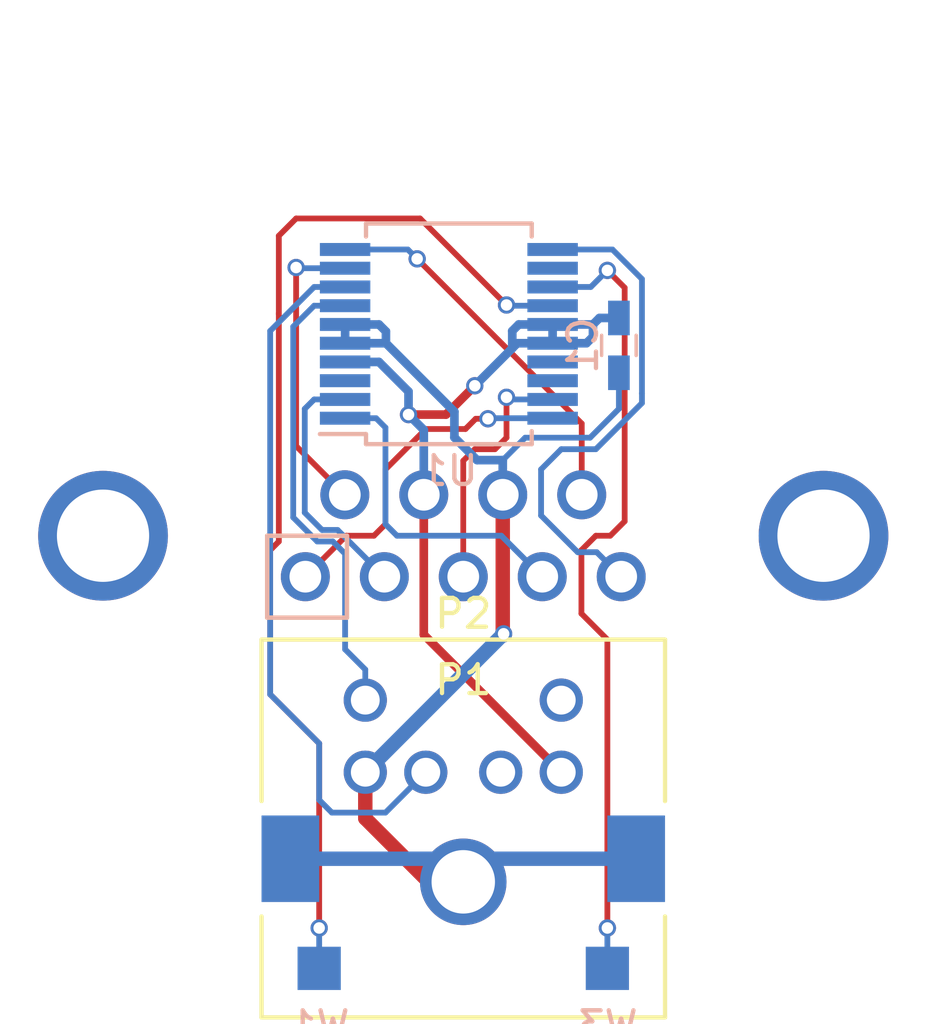
<source format=kicad_pcb>
(kicad_pcb (version 4) (host pcbnew 4.0.5)

  (general
    (links 23)
    (no_connects 0)
    (area 0 0 0 0)
    (thickness 1.6)
    (drawings 32)
    (tracks 151)
    (zones 0)
    (modules 6)
    (nets 14)
  )

  (page A4)
  (layers
    (0 F.Cu signal)
    (31 B.Cu signal hide)
    (32 B.Adhes user)
    (33 F.Adhes user)
    (34 B.Paste user)
    (35 F.Paste user)
    (36 B.SilkS user hide)
    (37 F.SilkS user hide)
    (38 B.Mask user)
    (39 F.Mask user)
    (40 Dwgs.User user)
    (41 Cmts.User user)
    (42 Eco1.User user hide)
    (43 Eco2.User user)
    (44 Edge.Cuts user)
    (45 Margin user)
    (46 B.CrtYd user)
    (47 F.CrtYd user)
    (48 B.Fab user hide)
    (49 F.Fab user hide)
  )

  (setup
    (last_trace_width 0.5)
    (user_trace_width 0.2)
    (user_trace_width 0.3)
    (user_trace_width 0.5)
    (trace_clearance 0.2)
    (zone_clearance 0.508)
    (zone_45_only no)
    (trace_min 0.2)
    (segment_width 0.2)
    (edge_width 0.15)
    (via_size 0.6)
    (via_drill 0.4)
    (via_min_size 0.4)
    (via_min_drill 0.3)
    (uvia_size 0.3)
    (uvia_drill 0.1)
    (uvias_allowed no)
    (uvia_min_size 0.2)
    (uvia_min_drill 0.1)
    (pcb_text_width 0.3)
    (pcb_text_size 1.5 1.5)
    (mod_edge_width 0.15)
    (mod_text_size 1 1)
    (mod_text_width 0.15)
    (pad_size 1.524 1.524)
    (pad_drill 0.762)
    (pad_to_mask_clearance 0.2)
    (aux_axis_origin 0 0)
    (visible_elements 7FFCFFFF)
    (pcbplotparams
      (layerselection 0x02cc0_80000001)
      (usegerberextensions true)
      (excludeedgelayer true)
      (linewidth 0.100000)
      (plotframeref false)
      (viasonmask false)
      (mode 1)
      (useauxorigin false)
      (hpglpennumber 1)
      (hpglpenspeed 20)
      (hpglpendiameter 15)
      (hpglpenoverlay 2)
      (psnegative false)
      (psa4output false)
      (plotreference true)
      (plotvalue true)
      (plotinvisibletext false)
      (padsonsilk false)
      (subtractmaskfromsilk true)
      (outputformat 1)
      (mirror false)
      (drillshape 0)
      (scaleselection 1)
      (outputdirectory plot/))
  )

  (net 0 "")
  (net 1 +5V)
  (net 2 GND)
  (net 3 /MOUSE_1)
  (net 4 /MOUSE_2)
  (net 5 /MOUSE_3)
  (net 6 /MOUSE_4)
  (net 7 /MOUSE_5)
  (net 8 /MOUSE_6)
  (net 9 /MOUSE_9)
  (net 10 /MINIDIN_1)
  (net 11 /MINIDIN_5)
  (net 12 /JOY_3)
  (net 13 /JOY_1)

  (net_class Default "This is the default net class."
    (clearance 0.2)
    (trace_width 0.2)
    (via_dia 0.6)
    (via_drill 0.4)
    (uvia_dia 0.3)
    (uvia_drill 0.1)
    (add_net +5V)
    (add_net /JOY_1)
    (add_net /JOY_3)
    (add_net /MINIDIN_1)
    (add_net /MINIDIN_5)
    (add_net /MOUSE_1)
    (add_net /MOUSE_2)
    (add_net /MOUSE_3)
    (add_net /MOUSE_4)
    (add_net /MOUSE_5)
    (add_net /MOUSE_6)
    (add_net /MOUSE_9)
    (add_net GND)
  )

  (module Capacitors_SMD:C_0603_HandSoldering (layer B.Cu) (tedit 58AA848B) (tstamp 595E5FD5)
    (at 156.4 90.4 270)
    (descr "Capacitor SMD 0603, hand soldering")
    (tags "capacitor 0603")
    (path /595CF96E)
    (attr smd)
    (fp_text reference C1 (at 0 1.25 270) (layer B.SilkS)
      (effects (font (size 1 1) (thickness 0.15)) (justify mirror))
    )
    (fp_text value 100n (at 0 -1.5 270) (layer B.Fab)
      (effects (font (size 1 1) (thickness 0.15)) (justify mirror))
    )
    (fp_text user %R (at 0 1.25 270) (layer B.Fab)
      (effects (font (size 1 1) (thickness 0.15)) (justify mirror))
    )
    (fp_line (start -0.8 -0.4) (end -0.8 0.4) (layer B.Fab) (width 0.1))
    (fp_line (start 0.8 -0.4) (end -0.8 -0.4) (layer B.Fab) (width 0.1))
    (fp_line (start 0.8 0.4) (end 0.8 -0.4) (layer B.Fab) (width 0.1))
    (fp_line (start -0.8 0.4) (end 0.8 0.4) (layer B.Fab) (width 0.1))
    (fp_line (start -0.35 0.6) (end 0.35 0.6) (layer B.SilkS) (width 0.12))
    (fp_line (start 0.35 -0.6) (end -0.35 -0.6) (layer B.SilkS) (width 0.12))
    (fp_line (start -1.8 0.65) (end 1.8 0.65) (layer B.CrtYd) (width 0.05))
    (fp_line (start -1.8 0.65) (end -1.8 -0.65) (layer B.CrtYd) (width 0.05))
    (fp_line (start 1.8 -0.65) (end 1.8 0.65) (layer B.CrtYd) (width 0.05))
    (fp_line (start 1.8 -0.65) (end -1.8 -0.65) (layer B.CrtYd) (width 0.05))
    (pad 1 smd rect (at -0.95 0 270) (size 1.2 0.75) (layers B.Cu B.Paste B.Mask)
      (net 1 +5V))
    (pad 2 smd rect (at 0.95 0 270) (size 1.2 0.75) (layers B.Cu B.Paste B.Mask)
      (net 2 GND))
    (model Capacitors_SMD.3dshapes/C_0603.wrl
      (at (xyz 0 0 0))
      (scale (xyz 1 1 1))
      (rotate (xyz 0 0 0))
    )
  )

  (module kuro:miniDIN-6-TH-Wrap (layer F.Cu) (tedit 595E55A4) (tstamp 595E601D)
    (at 151 113.7 180)
    (descr KMDLX-6S-AS)
    (tags MiniDIN)
    (path /595F5DF0)
    (fp_text reference P2 (at 0 14 180) (layer F.SilkS)
      (effects (font (size 1 1) (thickness 0.15)))
    )
    (fp_text value MINI_DIN_6 (at 0 -1 180) (layer F.Fab)
      (effects (font (size 1 1) (thickness 0.15)))
    )
    (fp_line (start -7 7.5) (end -7 13.1) (layer F.SilkS) (width 0.15))
    (fp_line (start 7 7.5) (end 7 13.1) (layer F.SilkS) (width 0.15))
    (fp_line (start -7 13.1) (end 7 13.1) (layer F.SilkS) (width 0.15))
    (fp_line (start 7 3.5) (end 7 0) (layer F.SilkS) (width 0.15))
    (fp_line (start -7 0) (end -7 3.5) (layer F.SilkS) (width 0.15))
    (fp_line (start -7 0) (end 7 0) (layer F.SilkS) (width 0.15))
    (pad 7 thru_hole circle (at 0 4.7 270) (size 3 3) (drill 2.2) (layers *.Cu *.Mask)
      (net 2 GND))
    (pad 7 smd rect (at -6 5.5 270) (size 3 2) (layers B.Cu F.Paste F.Mask)
      (net 2 GND))
    (pad 7 smd rect (at 6 5.5 270) (size 3 2) (layers B.Cu F.Paste F.Mask)
      (net 2 GND))
    (pad 1 thru_hole circle (at 1.3 8.5 270) (size 1.5 1.5) (drill 1) (layers *.Cu *.Mask)
      (net 10 /MINIDIN_1))
    (pad 2 thru_hole circle (at -1.3 8.5 270) (size 1.5 1.5) (drill 1) (layers *.Cu *.Mask))
    (pad 4 thru_hole circle (at -3.4 8.5) (size 1.5 1.5) (drill 1) (layers *.Cu *.Mask)
      (net 1 +5V))
    (pad 3 thru_hole circle (at 3.4 8.5 270) (size 1.5 1.5) (drill 1) (layers *.Cu *.Mask)
      (net 2 GND))
    (pad 6 thru_hole circle (at -3.4 11) (size 1.5 1.5) (drill 1) (layers *.Cu *.Mask))
    (pad 5 thru_hole circle (at 3.4 11 270) (size 1.5 1.5) (drill 1) (layers *.Cu *.Mask)
      (net 11 /MINIDIN_5))
  )

  (module Housings_SSOP:SSOP-20_5.3x7.2mm_Pitch0.65mm (layer B.Cu) (tedit 54130A77) (tstamp 595E6D44)
    (at 150.5 90)
    (descr "20-Lead Plastic Shrink Small Outline (SS)-5.30 mm Body [SSOP] (see Microchip Packaging Specification 00000049BS.pdf)")
    (tags "SSOP 0.65")
    (path /595E61DE)
    (attr smd)
    (fp_text reference U1 (at 0 4.75) (layer B.SilkS)
      (effects (font (size 1 1) (thickness 0.15)) (justify mirror))
    )
    (fp_text value "PIC16(L)F627-xxI/SS" (at 0 -4.75) (layer B.Fab)
      (effects (font (size 1 1) (thickness 0.15)) (justify mirror))
    )
    (fp_line (start -1.65 3.6) (end 2.65 3.6) (layer B.Fab) (width 0.15))
    (fp_line (start 2.65 3.6) (end 2.65 -3.6) (layer B.Fab) (width 0.15))
    (fp_line (start 2.65 -3.6) (end -2.65 -3.6) (layer B.Fab) (width 0.15))
    (fp_line (start -2.65 -3.6) (end -2.65 2.6) (layer B.Fab) (width 0.15))
    (fp_line (start -2.65 2.6) (end -1.65 3.6) (layer B.Fab) (width 0.15))
    (fp_line (start -4.75 4) (end -4.75 -4) (layer B.CrtYd) (width 0.05))
    (fp_line (start 4.75 4) (end 4.75 -4) (layer B.CrtYd) (width 0.05))
    (fp_line (start -4.75 4) (end 4.75 4) (layer B.CrtYd) (width 0.05))
    (fp_line (start -4.75 -4) (end 4.75 -4) (layer B.CrtYd) (width 0.05))
    (fp_line (start -2.875 3.825) (end -2.875 3.475) (layer B.SilkS) (width 0.15))
    (fp_line (start 2.875 3.825) (end 2.875 3.375) (layer B.SilkS) (width 0.15))
    (fp_line (start 2.875 -3.825) (end 2.875 -3.375) (layer B.SilkS) (width 0.15))
    (fp_line (start -2.875 -3.825) (end -2.875 -3.375) (layer B.SilkS) (width 0.15))
    (fp_line (start -2.875 3.825) (end 2.875 3.825) (layer B.SilkS) (width 0.15))
    (fp_line (start -2.875 -3.825) (end 2.875 -3.825) (layer B.SilkS) (width 0.15))
    (fp_line (start -2.875 3.475) (end -4.475 3.475) (layer B.SilkS) (width 0.15))
    (fp_text user %R (at 0 0) (layer B.Fab)
      (effects (font (size 0.8 0.8) (thickness 0.15)) (justify mirror))
    )
    (pad 1 smd rect (at -3.6 2.925) (size 1.75 0.45) (layers B.Cu B.Paste B.Mask)
      (net 6 /MOUSE_4))
    (pad 2 smd rect (at -3.6 2.275) (size 1.75 0.45) (layers B.Cu B.Paste B.Mask)
      (net 4 /MOUSE_2))
    (pad 3 smd rect (at -3.6 1.625) (size 1.75 0.45) (layers B.Cu B.Paste B.Mask))
    (pad 4 smd rect (at -3.6 0.975) (size 1.75 0.45) (layers B.Cu B.Paste B.Mask)
      (net 1 +5V))
    (pad 5 smd rect (at -3.6 0.325) (size 1.75 0.45) (layers B.Cu B.Paste B.Mask)
      (net 2 GND))
    (pad 6 smd rect (at -3.6 -0.325) (size 1.75 0.45) (layers B.Cu B.Paste B.Mask)
      (net 2 GND))
    (pad 7 smd rect (at -3.6 -0.975) (size 1.75 0.45) (layers B.Cu B.Paste B.Mask)
      (net 11 /MINIDIN_5))
    (pad 8 smd rect (at -3.6 -1.625) (size 1.75 0.45) (layers B.Cu B.Paste B.Mask)
      (net 10 /MINIDIN_1))
    (pad 9 smd rect (at -3.6 -2.275) (size 1.75 0.45) (layers B.Cu B.Paste B.Mask)
      (net 8 /MOUSE_6))
    (pad 10 smd rect (at -3.6 -2.925) (size 1.75 0.45) (layers B.Cu B.Paste B.Mask)
      (net 9 /MOUSE_9))
    (pad 11 smd rect (at 3.6 -2.925) (size 1.75 0.45) (layers B.Cu B.Paste B.Mask)
      (net 7 /MOUSE_5))
    (pad 12 smd rect (at 3.6 -2.275) (size 1.75 0.45) (layers B.Cu B.Paste B.Mask))
    (pad 13 smd rect (at 3.6 -1.625) (size 1.75 0.45) (layers B.Cu B.Paste B.Mask)
      (net 12 /JOY_3))
    (pad 14 smd rect (at 3.6 -0.975) (size 1.75 0.45) (layers B.Cu B.Paste B.Mask)
      (net 13 /JOY_1))
    (pad 15 smd rect (at 3.6 -0.325) (size 1.75 0.45) (layers B.Cu B.Paste B.Mask)
      (net 1 +5V))
    (pad 16 smd rect (at 3.6 0.325) (size 1.75 0.45) (layers B.Cu B.Paste B.Mask)
      (net 1 +5V))
    (pad 17 smd rect (at 3.6 0.975) (size 1.75 0.45) (layers B.Cu B.Paste B.Mask))
    (pad 18 smd rect (at 3.6 1.625) (size 1.75 0.45) (layers B.Cu B.Paste B.Mask))
    (pad 19 smd rect (at 3.6 2.275) (size 1.75 0.45) (layers B.Cu B.Paste B.Mask)
      (net 5 /MOUSE_3))
    (pad 20 smd rect (at 3.6 2.925) (size 1.75 0.45) (layers B.Cu B.Paste B.Mask)
      (net 3 /MOUSE_1))
    (model ${KISYS3DMOD}/Housings_SSOP.3dshapes/SSOP-20_5.3x7.2mm_Pitch0.65mm.wrl
      (at (xyz 0 0 0))
      (scale (xyz 1 1 1))
      (rotate (xyz 0 0 0))
    )
  )

  (module Measurement_Points:Measurement_Point_Square-SMD-Pad_Small (layer B.Cu) (tedit 56C36007) (tstamp 595F43B4)
    (at 146 112)
    (descr "Mesurement Point, Square, SMD Pad,  1.5mm x 1.5mm,")
    (tags "Mesurement Point Square SMD Pad 1.5x1.5mm")
    (path /595E58A5)
    (attr virtual)
    (fp_text reference W1 (at 0 2) (layer B.SilkS)
      (effects (font (size 1 1) (thickness 0.15)) (justify mirror))
    )
    (fp_text value TEST_1P (at 0 -2) (layer B.Fab)
      (effects (font (size 1 1) (thickness 0.15)) (justify mirror))
    )
    (fp_line (start -1 1) (end 1 1) (layer B.CrtYd) (width 0.05))
    (fp_line (start 1 1) (end 1 -1) (layer B.CrtYd) (width 0.05))
    (fp_line (start 1 -1) (end -1 -1) (layer B.CrtYd) (width 0.05))
    (fp_line (start -1 -1) (end -1 1) (layer B.CrtYd) (width 0.05))
    (pad 1 smd rect (at 0 0) (size 1.5 1.5) (layers B.Cu B.Mask)
      (net 13 /JOY_1))
  )

  (module Measurement_Points:Measurement_Point_Square-SMD-Pad_Small (layer B.Cu) (tedit 56C36007) (tstamp 595F43BC)
    (at 156 112)
    (descr "Mesurement Point, Square, SMD Pad,  1.5mm x 1.5mm,")
    (tags "Mesurement Point Square SMD Pad 1.5x1.5mm")
    (path /595E5965)
    (attr virtual)
    (fp_text reference W3 (at 0 2) (layer B.SilkS)
      (effects (font (size 1 1) (thickness 0.15)) (justify mirror))
    )
    (fp_text value TEST_1P (at 0 -2) (layer B.Fab)
      (effects (font (size 1 1) (thickness 0.15)) (justify mirror))
    )
    (fp_line (start -1 1) (end 1 1) (layer B.CrtYd) (width 0.05))
    (fp_line (start 1 1) (end 1 -1) (layer B.CrtYd) (width 0.05))
    (fp_line (start 1 -1) (end -1 -1) (layer B.CrtYd) (width 0.05))
    (fp_line (start -1 -1) (end -1 1) (layer B.CrtYd) (width 0.05))
    (pad 1 smd rect (at 0 0) (size 1.5 1.5) (layers B.Cu B.Mask)
      (net 12 /JOY_3))
  )

  (module kuro:DB9F-RA-TH-EUR (layer F.Cu) (tedit 595F771C) (tstamp 595E667A)
    (at 151 97)
    (descr L717SDE09P1ACH)
    (tags D-sub)
    (path /595CE737)
    (fp_text reference P1 (at 0 5) (layer F.SilkS)
      (effects (font (size 1 1) (thickness 0.15)))
    )
    (fp_text value MOUSE_PORT (at 0 -5) (layer F.Fab)
      (effects (font (size 1 1) (thickness 0.15)))
    )
    (fp_line (start -6.805 2.84) (end -6.805 0) (layer F.SilkS) (width 0.15))
    (fp_line (start -4.035 2.84) (end -6.805 2.84) (layer F.SilkS) (width 0.15))
    (fp_line (start -4.035 0) (end -4.035 2.84) (layer F.SilkS) (width 0.15))
    (fp_line (start -6.805 0) (end -4.035 0) (layer F.SilkS) (width 0.15))
    (fp_line (start -6.805 2.84) (end -6.805 0) (layer B.SilkS) (width 0.15))
    (fp_line (start -4.035 2.84) (end -6.805 2.84) (layer B.SilkS) (width 0.15))
    (fp_line (start -4.035 0) (end -4.035 2.84) (layer B.SilkS) (width 0.15))
    (fp_line (start -6.805 0) (end -4.035 0) (layer B.SilkS) (width 0.15))
    (fp_line (start 16 3.5) (end 16 -18.5) (layer F.CrtYd) (width 0.15))
    (fp_line (start -16 3.5) (end 16 3.5) (layer F.CrtYd) (width 0.15))
    (fp_line (start -16 -18.5) (end 16 -18.5) (layer F.CrtYd) (width 0.15))
    (fp_line (start -16 3.5) (end -16 -18.5) (layer F.CrtYd) (width 0.15))
    (fp_line (start 11 -2.5) (end 11 -11.62) (layer F.Fab) (width 0.15))
    (fp_line (start 14 -2.5) (end 14 -11.62) (layer F.Fab) (width 0.15))
    (fp_line (start -11 -2.5) (end -11 -11.62) (layer F.Fab) (width 0.15))
    (fp_line (start -14 -2.5) (end -14 -11.62) (layer F.Fab) (width 0.15))
    (fp_line (start -9 -7.5) (end 9 -7.5) (layer F.Fab) (width 0.15))
    (fp_line (start -9 -7.5) (end -9 3.2) (layer F.Fab) (width 0.15))
    (fp_line (start 7 -13) (end 7 -16.5) (layer F.Fab) (width 0.15))
    (fp_line (start 4 -13) (end 7 -13) (layer F.Fab) (width 0.15))
    (fp_line (start 4 -16.5) (end 4 -13) (layer F.Fab) (width 0.15))
    (fp_line (start 1.5 -13) (end 1.5 -16.5) (layer F.Fab) (width 0.15))
    (fp_line (start -1.5 -13) (end 1.5 -13) (layer F.Fab) (width 0.15))
    (fp_line (start -1.5 -16.5) (end -1.5 -13) (layer F.Fab) (width 0.15))
    (fp_line (start -8.12 -17.72) (end -8.12 -11.62) (layer F.Fab) (width 0.15))
    (fp_line (start -15.42 -11.62) (end -15.42 3.2) (layer F.Fab) (width 0.15))
    (fp_line (start -8.12 -17.72) (end 8.12 -17.72) (layer F.Fab) (width 0.15))
    (fp_line (start -15.42 -11.62) (end 15.42 -11.62) (layer F.Fab) (width 0.15))
    (fp_line (start -15.42 3.2) (end 15.42 3.2) (layer F.Fab) (width 0.15))
    (fp_line (start 15.42 -11.62) (end 15.42 3.2) (layer F.Fab) (width 0.15))
    (fp_line (start 8.12 -17.72) (end 8.12 -11.62) (layer F.Fab) (width 0.15))
    (fp_line (start -7 -13) (end -4 -13) (layer F.Fab) (width 0.15))
    (fp_line (start -4 -13) (end -4 -16.5) (layer F.Fab) (width 0.15))
    (fp_line (start -7 -16.5) (end -7 -13) (layer F.Fab) (width 0.15))
    (fp_line (start 9 -7.5) (end 9 3.2) (layer F.Fab) (width 0.15))
    (pad 10 thru_hole circle (at -12.5 0) (size 4.5 4.5) (drill 3.2) (layers *.Cu *.Mask))
    (pad 10 thru_hole circle (at 12.5 0 90) (size 4.5 4.5) (drill 3.2) (layers *.Cu *.Mask))
    (pad 1 thru_hole circle (at -5.48 1.42 90) (size 1.7 1.7) (drill 1.1) (layers *.Cu *.Mask)
      (net 3 /MOUSE_1))
    (pad 2 thru_hole circle (at -2.74 1.42 90) (size 1.7 1.7) (drill 1.1) (layers *.Cu *.Mask)
      (net 4 /MOUSE_2))
    (pad 3 thru_hole circle (at 0 1.42 90) (size 1.7 1.7) (drill 1.1) (layers *.Cu *.Mask)
      (net 5 /MOUSE_3))
    (pad 4 thru_hole circle (at 2.74 1.42 90) (size 1.7 1.7) (drill 1.1) (layers *.Cu *.Mask)
      (net 6 /MOUSE_4))
    (pad 5 thru_hole circle (at 5.48 1.42 90) (size 1.7 1.7) (drill 1.1) (layers *.Cu *.Mask)
      (net 7 /MOUSE_5))
    (pad 6 thru_hole circle (at -4.11 -1.42 90) (size 1.7 1.7) (drill 1.1) (layers *.Cu *.Mask)
      (net 8 /MOUSE_6))
    (pad 7 thru_hole circle (at -1.37 -1.42 90) (size 1.7 1.7) (drill 1.1) (layers *.Cu *.Mask)
      (net 1 +5V))
    (pad 8 thru_hole circle (at 1.37 -1.42 90) (size 1.7 1.7) (drill 1.1) (layers *.Cu *.Mask)
      (net 2 GND))
    (pad 9 thru_hole circle (at 4.11 -1.42 90) (size 1.7 1.7) (drill 1.1) (layers *.Cu *.Mask)
      (net 9 /MOUSE_9))
  )

  (gr_text P1 (at 150.5 90) (layer Eco1.User) (tstamp 595F73D0)
    (effects (font (size 1.5 1.5) (thickness 0.3)))
  )
  (gr_text P2 (at 151 112) (layer Eco1.User)
    (effects (font (size 1.5 1.5) (thickness 0.3)))
  )
  (gr_text J3 (at 153.6 112) (layer Eco2.User) (tstamp 595F737B)
    (effects (font (size 1.2 1.2) (thickness 0.2)) (justify mirror))
  )
  (gr_text J1 (at 148.3 112) (layer Eco2.User) (tstamp 595F7373)
    (effects (font (size 1.2 1.2) (thickness 0.2)) (justify mirror))
  )
  (gr_line (start 148.6 104) (end 148.6 104.6) (layer Eco2.User) (width 0.2))
  (gr_line (start 148.6 106.4) (end 148.6 105.8) (layer Eco2.User) (width 0.2))
  (gr_line (start 150.9 106.4) (end 148.6 106.4) (layer Eco2.User) (width 0.2))
  (gr_line (start 150.9 104) (end 150.9 106.4) (layer Eco2.User) (width 0.2))
  (gr_line (start 148.6 104) (end 150.9 104) (layer Eco2.User) (width 0.2))
  (gr_text U1 (at 150.5 90) (layer Eco2.User) (tstamp 595F71B1)
    (effects (font (size 1.2 1.2) (thickness 0.2)) (justify mirror))
  )
  (gr_text C1 (at 156.3 93.4) (layer Eco2.User)
    (effects (font (size 1.2 1.2) (thickness 0.2)) (justify mirror))
  )
  (gr_line (start 156.4 87.7) (end 157.2 87.7) (layer Eco2.User) (width 0.2))
  (gr_line (start 156.8 88.1) (end 156.8 87.3) (layer Eco2.User) (width 0.2))
  (gr_line (start 157.2 88.4) (end 155.6 88.4) (layer Eco2.User) (width 0.2))
  (gr_line (start 157.2 92.4) (end 157.2 88.4) (layer Eco2.User) (width 0.2))
  (gr_line (start 155.6 92.4) (end 157.2 92.4) (layer Eco2.User) (width 0.2))
  (gr_line (start 155.6 92.3) (end 155.6 92.4) (layer Eco2.User) (width 0.2))
  (gr_line (start 155.6 88.4) (end 155.6 92.3) (layer Eco2.User) (width 0.2))
  (gr_line (start 144.2 99.8) (end 144.2 97) (layer Eco2.User) (width 0.2))
  (gr_line (start 147 99.8) (end 144.2 99.8) (layer Eco2.User) (width 0.2))
  (gr_line (start 147 97) (end 147 99.8) (layer Eco2.User) (width 0.2))
  (gr_line (start 144.2 97) (end 147 97) (layer Eco2.User) (width 0.2))
  (gr_circle (center 147.9 94.109901) (end 148.4 94.209901) (layer Eco2.User) (width 0.2))
  (gr_line (start 152.8 86.3) (end 148.2 86.3) (layer Eco2.User) (width 0.2))
  (gr_line (start 152.8 93.6) (end 152.8 86.3) (layer Eco2.User) (width 0.2))
  (gr_line (start 149.1 93.6) (end 152.8 93.6) (layer Eco2.User) (width 0.2))
  (gr_line (start 148.2 92.7) (end 149.1 93.6) (layer Eco2.User) (width 0.2))
  (gr_line (start 148.2 86.3) (end 148.2 92.7) (layer Eco2.User) (width 0.2))
  (gr_line (start 144 113.5) (end 158 113.5) (layer Margin) (width 0.2))
  (gr_line (start 144 85.5) (end 158 85.5) (layer Margin) (width 0.2))
  (gr_line (start 144 113.5) (end 144 85.5) (layer Margin) (width 0.2))
  (gr_line (start 158 113.5) (end 158 85.5) (layer Margin) (width 0.2))

  (segment (start 151.4 91.8) (end 152.7 90.5) (width 0.3) (layer B.Cu) (net 1))
  (segment (start 150.656421 92.543579) (end 151.4 91.8) (width 0.3) (layer F.Cu) (net 1))
  (via (at 151.4 91.8) (size 0.6) (drill 0.4) (layers F.Cu B.Cu) (net 1))
  (segment (start 149.63 95.58) (end 149.63 93.33) (width 0.3) (layer B.Cu) (net 1))
  (segment (start 149.63 93.33) (end 149.1 92.8) (width 0.3) (layer B.Cu) (net 1))
  (segment (start 149.1 92.8) (end 150.4 92.8) (width 0.3) (layer F.Cu) (net 1))
  (segment (start 150.4 92.8) (end 150.656421 92.543579) (width 0.3) (layer F.Cu) (net 1))
  (segment (start 148.075 90.975) (end 149.1 92) (width 0.3) (layer B.Cu) (net 1))
  (segment (start 149.1 92) (end 149.1 92.8) (width 0.3) (layer B.Cu) (net 1))
  (via (at 149.1 92.8) (size 0.6) (drill 0.4) (layers F.Cu B.Cu) (net 1))
  (segment (start 154.4 105.2) (end 149.63 100.43) (width 0.3) (layer F.Cu) (net 1))
  (segment (start 149.63 100.43) (end 149.63 95.58) (width 0.3) (layer F.Cu) (net 1))
  (segment (start 156.4 89.45) (end 155.725 89.45) (width 0.3) (layer B.Cu) (net 1))
  (segment (start 155.725 89.45) (end 155.5 89.675) (width 0.3) (layer B.Cu) (net 1))
  (segment (start 154.1 89.675) (end 155.5 89.675) (width 0.3) (layer B.Cu) (net 1))
  (segment (start 154.1 90.325) (end 155.275 90.325) (width 0.3) (layer B.Cu) (net 1))
  (segment (start 155.275 90.325) (end 155.5 90.1) (width 0.3) (layer B.Cu) (net 1))
  (segment (start 155.5 90.1) (end 155.5 89.675) (width 0.3) (layer B.Cu) (net 1))
  (segment (start 152.875 90.325) (end 152.7 90.5) (width 0.3) (layer B.Cu) (net 1))
  (segment (start 154.1 89.675) (end 152.925 89.675) (width 0.3) (layer B.Cu) (net 1))
  (segment (start 152.925 89.675) (end 152.7 89.9) (width 0.3) (layer B.Cu) (net 1))
  (segment (start 152.7 89.9) (end 152.7 90.5) (width 0.3) (layer B.Cu) (net 1))
  (segment (start 154.1 89.675) (end 154.1 90.325) (width 0.3) (layer B.Cu) (net 1))
  (segment (start 154.1 90.325) (end 152.875 90.325) (width 0.3) (layer B.Cu) (net 1))
  (segment (start 146.9 90.975) (end 148.075 90.975) (width 0.3) (layer B.Cu) (net 1))
  (segment (start 152.4 100.4) (end 147.6 105.2) (width 0.5) (layer B.Cu) (net 2))
  (segment (start 152.37 95.58) (end 152.37 100.37) (width 0.5) (layer F.Cu) (net 2))
  (segment (start 152.37 100.37) (end 152.4 100.4) (width 0.5) (layer F.Cu) (net 2))
  (segment (start 147.6 105.2) (end 147.6 106.8) (width 0.5) (layer F.Cu) (net 2))
  (segment (start 147.6 106.8) (end 149.8 109) (width 0.5) (layer F.Cu) (net 2))
  (segment (start 149.8 109) (end 151 109) (width 0.5) (layer F.Cu) (net 2))
  (segment (start 145 108.2) (end 150.2 108.2) (width 0.5) (layer B.Cu) (net 2))
  (segment (start 150.2 108.2) (end 151 109) (width 0.5) (layer B.Cu) (net 2))
  (segment (start 157 108.2) (end 151.8 108.2) (width 0.5) (layer B.Cu) (net 2))
  (segment (start 151.8 108.2) (end 151 109) (width 0.5) (layer B.Cu) (net 2))
  (segment (start 150.692081 93.592081) (end 151.477919 94.377919) (width 0.3) (layer B.Cu) (net 2))
  (segment (start 151.477919 94.377919) (end 152.37 94.377919) (width 0.3) (layer B.Cu) (net 2))
  (segment (start 148.317081 90.325) (end 150.692081 92.7) (width 0.3) (layer B.Cu) (net 2))
  (segment (start 150.692081 92.7) (end 150.692081 93.592081) (width 0.3) (layer B.Cu) (net 2))
  (segment (start 152.4 95.61) (end 152.37 95.58) (width 0.3) (layer F.Cu) (net 2))
  (via (at 152.4 100.4) (size 0.6) (drill 0.4) (layers F.Cu B.Cu) (net 2))
  (segment (start 156.4 92.6) (end 155.40001 93.59999) (width 0.2) (layer B.Cu) (net 2))
  (segment (start 155.40001 93.59999) (end 153.147929 93.59999) (width 0.2) (layer B.Cu) (net 2))
  (segment (start 153.147929 93.59999) (end 152.37 94.377919) (width 0.2) (layer B.Cu) (net 2))
  (segment (start 156.4 91.35) (end 156.4 92.6) (width 0.2) (layer B.Cu) (net 2))
  (segment (start 146.9 89.675) (end 148.075 89.675) (width 0.3) (layer B.Cu) (net 2))
  (segment (start 148.075 89.675) (end 148.317081 89.917081) (width 0.3) (layer B.Cu) (net 2))
  (segment (start 148.317081 89.917081) (end 148.317081 90.325) (width 0.3) (layer B.Cu) (net 2))
  (segment (start 146.9 89.675) (end 146.9 90.325) (width 0.3) (layer B.Cu) (net 2))
  (segment (start 146.9 90.325) (end 148.317081 90.325) (width 0.3) (layer B.Cu) (net 2))
  (segment (start 152.37 94.377919) (end 152.37 95.58) (width 0.3) (layer B.Cu) (net 2))
  (segment (start 147.9 97) (end 146.94 97) (width 0.2) (layer F.Cu) (net 3))
  (segment (start 146.94 97) (end 145.52 98.42) (width 0.2) (layer F.Cu) (net 3))
  (segment (start 148.3 96.6) (end 147.9 97) (width 0.2) (layer F.Cu) (net 3))
  (segment (start 148.3 94.7) (end 148.3 96.6) (width 0.2) (layer F.Cu) (net 3))
  (segment (start 149.7 93.3) (end 148.3 94.7) (width 0.2) (layer F.Cu) (net 3))
  (segment (start 151.075736 93.3) (end 149.7 93.3) (width 0.2) (layer F.Cu) (net 3))
  (segment (start 151.85566 92.94434) (end 151.431396 92.94434) (width 0.2) (layer F.Cu) (net 3))
  (segment (start 151.431396 92.94434) (end 151.075736 93.3) (width 0.2) (layer F.Cu) (net 3))
  (segment (start 154.1 92.925) (end 151.875 92.925) (width 0.2) (layer B.Cu) (net 3))
  (segment (start 151.875 92.925) (end 151.85566 92.94434) (width 0.2) (layer B.Cu) (net 3))
  (via (at 151.85566 92.94434) (size 0.6) (drill 0.4) (layers F.Cu B.Cu) (net 3))
  (segment (start 145.5 96.2) (end 146.1 96.8) (width 0.2) (layer B.Cu) (net 4))
  (segment (start 146.1 96.8) (end 146.64 96.8) (width 0.2) (layer B.Cu) (net 4))
  (segment (start 146.64 96.8) (end 146.84 97) (width 0.2) (layer B.Cu) (net 4))
  (segment (start 145.5 92.6) (end 145.5 96.2) (width 0.2) (layer B.Cu) (net 4))
  (segment (start 146.84 97) (end 148.26 98.42) (width 0.2) (layer B.Cu) (net 4))
  (segment (start 145.825 92.275) (end 145.5 92.6) (width 0.2) (layer B.Cu) (net 4))
  (segment (start 146.9 92.275) (end 145.825 92.275) (width 0.2) (layer B.Cu) (net 4))
  (segment (start 151.4 94) (end 151 94.4) (width 0.2) (layer F.Cu) (net 5))
  (segment (start 151 94.4) (end 151 98.42) (width 0.2) (layer F.Cu) (net 5))
  (segment (start 152.1 94) (end 151.4 94) (width 0.2) (layer F.Cu) (net 5))
  (segment (start 152.5 93.6) (end 152.1 94) (width 0.2) (layer F.Cu) (net 5))
  (segment (start 152.5 92.2) (end 152.5 93.6) (width 0.2) (layer F.Cu) (net 5))
  (segment (start 154.1 92.275) (end 152.575 92.275) (width 0.2) (layer B.Cu) (net 5))
  (segment (start 152.575 92.275) (end 152.5 92.2) (width 0.2) (layer B.Cu) (net 5))
  (via (at 152.5 92.2) (size 0.6) (drill 0.4) (layers F.Cu B.Cu) (net 5))
  (segment (start 148.7 97) (end 152.32 97) (width 0.2) (layer B.Cu) (net 6))
  (segment (start 152.32 97) (end 153.74 98.42) (width 0.2) (layer B.Cu) (net 6))
  (segment (start 148.3 96.6) (end 148.7 97) (width 0.2) (layer B.Cu) (net 6))
  (segment (start 148.3 93.25) (end 148.3 96.6) (width 0.2) (layer B.Cu) (net 6))
  (segment (start 146.9 92.925) (end 147.975 92.925) (width 0.2) (layer B.Cu) (net 6))
  (segment (start 147.975 92.925) (end 148.3 93.25) (width 0.2) (layer B.Cu) (net 6))
  (segment (start 156.175 87.075) (end 157.2 88.1) (width 0.2) (layer B.Cu) (net 7))
  (segment (start 157.2 92.4) (end 155.6 94) (width 0.2) (layer B.Cu) (net 7))
  (segment (start 157.2 88.1) (end 157.2 92.065002) (width 0.2) (layer B.Cu) (net 7))
  (segment (start 157.2 92.065002) (end 157.2 92.4) (width 0.2) (layer B.Cu) (net 7))
  (segment (start 153.7 96.3) (end 154.970001 97.570001) (width 0.2) (layer B.Cu) (net 7))
  (segment (start 154.970001 97.570001) (end 155.630001 97.570001) (width 0.2) (layer B.Cu) (net 7))
  (segment (start 155.630001 97.570001) (end 156.48 98.42) (width 0.2) (layer B.Cu) (net 7))
  (segment (start 153.7 94.7) (end 153.7 96.3) (width 0.2) (layer B.Cu) (net 7))
  (segment (start 154.4 94) (end 153.7 94.7) (width 0.2) (layer B.Cu) (net 7))
  (segment (start 155.6 94) (end 154.4 94) (width 0.2) (layer B.Cu) (net 7))
  (segment (start 154.1 87.075) (end 156.175 87.075) (width 0.2) (layer B.Cu) (net 7))
  (segment (start 145.2 87.7) (end 145.2 93.89) (width 0.2) (layer F.Cu) (net 8))
  (segment (start 145.2 93.89) (end 146.89 95.58) (width 0.2) (layer F.Cu) (net 8))
  (segment (start 146.9 87.725) (end 145.225 87.725) (width 0.2) (layer B.Cu) (net 8))
  (segment (start 145.225 87.725) (end 145.2 87.7) (width 0.2) (layer B.Cu) (net 8))
  (via (at 145.2 87.7) (size 0.6) (drill 0.4) (layers F.Cu B.Cu) (net 8))
  (segment (start 149.4 87.4) (end 155.11 93.11) (width 0.2) (layer F.Cu) (net 9))
  (segment (start 155.11 93.11) (end 155.11 95.58) (width 0.2) (layer F.Cu) (net 9))
  (segment (start 146.9 87.075) (end 149.075 87.075) (width 0.2) (layer B.Cu) (net 9))
  (segment (start 149.075 87.075) (end 149.4 87.4) (width 0.2) (layer B.Cu) (net 9))
  (via (at 149.4 87.4) (size 0.6) (drill 0.4) (layers F.Cu B.Cu) (net 9))
  (segment (start 146.9 87.075) (end 147.55 87.075) (width 0.2) (layer B.Cu) (net 9))
  (segment (start 146.9 88.375) (end 145.825 88.375) (width 0.2) (layer B.Cu) (net 10))
  (segment (start 145.825 88.375) (end 144.3 89.9) (width 0.2) (layer B.Cu) (net 10))
  (segment (start 146 104.2) (end 146 106.159998) (width 0.2) (layer B.Cu) (net 10))
  (segment (start 144.3 89.9) (end 144.3 102.5) (width 0.2) (layer B.Cu) (net 10))
  (segment (start 144.3 102.5) (end 146 104.2) (width 0.2) (layer B.Cu) (net 10))
  (segment (start 146 106.159998) (end 146.440002 106.6) (width 0.2) (layer B.Cu) (net 10))
  (segment (start 146.440002 106.6) (end 148.3 106.6) (width 0.2) (layer B.Cu) (net 10))
  (segment (start 148.3 106.6) (end 149.7 105.2) (width 0.2) (layer B.Cu) (net 10))
  (segment (start 147.6 102.7) (end 147.6 101.63934) (width 0.2) (layer B.Cu) (net 11))
  (segment (start 146.474312 97.20001) (end 145.934311 97.20001) (width 0.2) (layer B.Cu) (net 11))
  (segment (start 147.6 101.63934) (end 146.9 100.93934) (width 0.2) (layer B.Cu) (net 11))
  (segment (start 146.9 97.625698) (end 146.474312 97.20001) (width 0.2) (layer B.Cu) (net 11))
  (segment (start 146.9 100.93934) (end 146.9 97.625698) (width 0.2) (layer B.Cu) (net 11))
  (segment (start 145.934311 97.20001) (end 145.099992 96.36569) (width 0.2) (layer B.Cu) (net 11))
  (segment (start 145.099992 96.36569) (end 145.099992 89.750008) (width 0.2) (layer B.Cu) (net 11))
  (segment (start 145.099992 89.750008) (end 145.825 89.025) (width 0.2) (layer B.Cu) (net 11))
  (segment (start 145.825 89.025) (end 146.9 89.025) (width 0.2) (layer B.Cu) (net 11))
  (segment (start 156 110.6) (end 156 112) (width 0.2) (layer B.Cu) (net 12))
  (segment (start 156 100.6) (end 156 110.6) (width 0.2) (layer F.Cu) (net 12))
  (via (at 156 110.6) (size 0.6) (drill 0.4) (layers F.Cu B.Cu) (net 12))
  (segment (start 155.1 99.7) (end 156 100.6) (width 0.2) (layer F.Cu) (net 12))
  (segment (start 155.1 97.5) (end 155.1 99.7) (width 0.2) (layer F.Cu) (net 12))
  (segment (start 155.6 97) (end 155.1 97.5) (width 0.2) (layer F.Cu) (net 12))
  (segment (start 156.1 97) (end 155.6 97) (width 0.2) (layer F.Cu) (net 12))
  (segment (start 156.6 96.5) (end 156.1 97) (width 0.2) (layer F.Cu) (net 12))
  (segment (start 156.6 88.4) (end 156.6 96.5) (width 0.2) (layer F.Cu) (net 12))
  (segment (start 156 87.8) (end 156.6 88.4) (width 0.2) (layer F.Cu) (net 12))
  (segment (start 154.1 88.375) (end 155.425 88.375) (width 0.2) (layer B.Cu) (net 12))
  (segment (start 155.425 88.375) (end 156 87.8) (width 0.2) (layer B.Cu) (net 12))
  (via (at 156 87.8) (size 0.6) (drill 0.4) (layers F.Cu B.Cu) (net 12))
  (segment (start 146 110.6) (end 146 112) (width 0.2) (layer B.Cu) (net 13))
  (segment (start 144.3 102.5) (end 146 104.2) (width 0.2) (layer F.Cu) (net 13))
  (segment (start 146 104.2) (end 146 110.6) (width 0.2) (layer F.Cu) (net 13))
  (via (at 146 110.6) (size 0.6) (drill 0.4) (layers F.Cu B.Cu) (net 13))
  (segment (start 144.3 97.5) (end 144.3 102.5) (width 0.2) (layer F.Cu) (net 13))
  (segment (start 144.369999 97.430001) (end 144.3 97.5) (width 0.2) (layer F.Cu) (net 13))
  (segment (start 144.6 97.2) (end 144.369999 97.430001) (width 0.2) (layer F.Cu) (net 13))
  (segment (start 144.6 89.3) (end 144.6 97.2) (width 0.2) (layer F.Cu) (net 13))
  (segment (start 144.599999 89.299999) (end 144.6 89.3) (width 0.2) (layer F.Cu) (net 13))
  (segment (start 145.2 86) (end 144.599999 86.600001) (width 0.2) (layer F.Cu) (net 13))
  (segment (start 144.599999 86.600001) (end 144.599999 89.299999) (width 0.2) (layer F.Cu) (net 13))
  (segment (start 149.5 86) (end 145.2 86) (width 0.2) (layer F.Cu) (net 13))
  (segment (start 152.5 89) (end 149.5 86) (width 0.2) (layer F.Cu) (net 13))
  (segment (start 154.1 89.025) (end 152.525 89.025) (width 0.2) (layer B.Cu) (net 13))
  (segment (start 152.525 89.025) (end 152.5 89) (width 0.2) (layer B.Cu) (net 13))
  (via (at 152.5 89) (size 0.6) (drill 0.4) (layers F.Cu B.Cu) (net 13))

)

</source>
